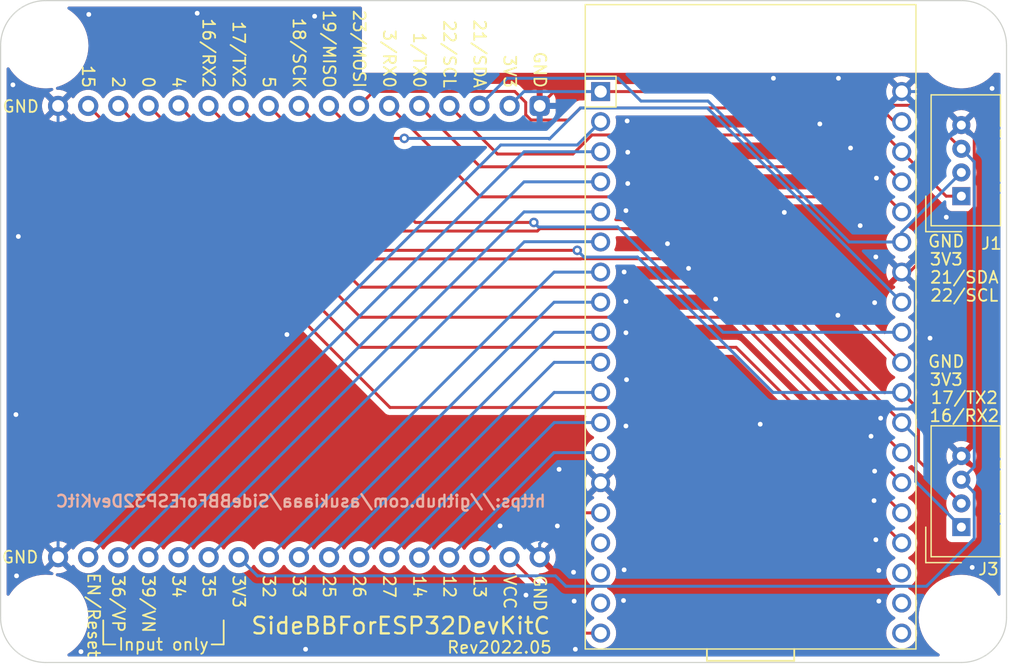
<source format=kicad_pcb>
(kicad_pcb (version 20211014) (generator pcbnew)
  (layers (0 "F.Cu" signal) (31 "B.Cu" signal) (34 "B.Paste" user) (35 "F.Paste" user) (36 "B.SilkS" user "B.Silkscreen") (37 "F.SilkS" user "F.Silkscreen") (38 "B.Mask" user) (39 "F.Mask" user) (44 "Edge.Cuts" user))
  (net 0 "")
  (net 1 "/22_SCL")
  (net 2 "/21_SDA")
  (net 3 "VCC")
  (net 4 "GND")
  (net 5 "+3V3")
  (net 6 "/1_TX0")
  (net 7 "/3_RX0")
  (net 8 "/23_MOSI")
  (net 9 "/19_MISO")
  (net 10 "/18_SCK")
  (net 11 "/5")
  (net 12 "/17_TX2")
  (net 13 "/16_RX2")
  (net 14 "/4")
  (net 15 "/0")
  (net 16 "/2")
  (net 17 "/15")
  (net 18 "/13")
  (net 19 "/12")
  (net 20 "/14")
  (net 21 "/27")
  (net 22 "/26")
  (net 23 "/25")
  (net 24 "/33")
  (net 25 "/32")
  (net 26 "/35")
  (net 27 "/34")
  (net 28 "/39_vn")
  (net 29 "/36_vp")
  (net 30 "/en_reset")
  (footprint "asukiaaa-kicad-footprints:ESP32-DEVKITC-32D" (layer "F.Cu") (at 198.17 55.9416)
    (fp_text reference "U1" hide)
    (fp_text value "ESP32-DEVKITC-32D")
    (fp_line (start 26.6 47.06) (end -1.3 47.06) (layer "F.SilkS") (width 0.12))
    (fp_line (start 16.3322 48.0568) (end 16.3322 47.0662) (layer "F.SilkS") (width 0.15))
    (fp_line (start -1.3 47.06) (end -1.3 -7.34) (layer "F.SilkS") (width 0.12))
    (fp_line (start 8.9662 47.0662) (end 8.9662 48.0568) (layer "F.SilkS") (width 0.15))
    (fp_line (start -1.3 -7.34) (end 26.6 -7.34) (layer "F.SilkS") (width 0.12))
    (fp_line (start 8.9662 48.0568) (end 16.3322 48.0568) (layer "F.SilkS") (width 0.15))
    (fp_line (start -1.3 -1.3) (end 1.3 -1.3) (layer "F.SilkS") (width 0.12))
    (fp_line (start 26.6 -7.34) (end 26.6 47.06) (layer "F.SilkS") (width 0.12))
    (fp_line (start 1.3 1.3) (end -1.3 1.3) (layer "F.SilkS") (width 0.12))
    (fp_line (start 1.3 -1.3) (end 1.3 1.3) (layer "F.SilkS") (width 0.12))
    (pad "1" thru_hole rect locked (at 0 0) (size 1.6 1.6) (drill 1.04) (layers *.Cu *.Mask) (net 5 "+3V3"))
    (pad "2" thru_hole circle locked (at 0 2.54) (size 1.6 1.6) (drill 1.04) (layers *.Cu *.Mask) (net 30 "/en_reset"))
    (pad "3" thru_hole circle locked (at 0 5.08) (size 1.6 1.6) (drill 1.04) (layers *.Cu *.Mask) (net 29 "/36_vp"))
    (pad "4" thru_hole circle locked (at 0 7.62) (size 1.6 1.6) (drill 1.04) (layers *.Cu *.Mask) (net 28 "/39_vn"))
    (pad "5" thru_hole circle locked (at 0 10.16) (size 1.6 1.6) (drill 1.04) (layers *.Cu *.Mask) (net 27 "/34"))
    (pad "6" thru_hole circle locked (at 0 12.7) (size 1.6 1.6) (drill 1.04) (layers *.Cu *.Mask) (net 26 "/35"))
    (pad "7" thru_hole circle locked (at 0 15.24) (size 1.6 1.6) (drill 1.04) (layers *.Cu *.Mask) (net 25 "/32"))
    (pad "8" thru_hole circle locked (at 0 17.78) (size 1.6 1.6) (drill 1.04) (layers *.Cu *.Mask) (net 24 "/33"))
    (pad "9" thru_hole circle locked (at 0 20.32) (size 1.6 1.6) (drill 1.04) (layers *.Cu *.Mask) (net 23 "/25"))
    (pad "10" thru_hole circle locked (at 0 22.86) (size 1.6 1.6) (drill 1.04) (layers *.Cu *.Mask) (net 22 "/26"))
    (pad "11" thru_hole circle locked (at 0 25.4) (size 1.6 1.6) (drill 1.04) (layers *.Cu *.Mask) (net 21 "/27"))
    (pad "12" thru_hole circle locked (at 0 27.94) (size 1.6 1.6) (drill 1.04) (layers *.Cu *.Mask) (net 20 "/14"))
    (pad "13" thru_hole circle locked (at 0 30.48) (size 1.6 1.6) (drill 1.04) (layers *.Cu *.Mask) (net 19 "/12"))
    (pad "14" thru_hole circle locked (at 0 33.02) (size 1.6 1.6) (drill 1.04) (layers *.Cu *.Mask) (net 4 "GND"))
    (pad "15" thru_hole circle locked (at 0 35.56) (size 1.6 1.6) (drill 1.04) (layers *.Cu *.Mask) (net 18 "/13"))
    (pad "16" thru_hole circle locked (at 0 38.1) (size 1.6 1.6) (drill 1.04) (layers *.Cu *.Mask))
    (pad "17" thru_hole circle locked (at 0 40.64) (size 1.6 1.6) (drill 1.04) (layers *.Cu *.Mask))
    (pad "18" thru_hole circle locked (at 0 43.18) (size 1.6 1.6) (drill 1.04) (layers *.Cu *.Mask))
    (pad "19" thru_hole circle locked (at 0 45.72) (size 1.6 1.6) (drill 1.04) (layers *.Cu *.Mask) (net 3 "VCC"))
    (pad "20" thru_hole circle locked (at 25.4 0) (size 1.6 1.6) (drill 1.04) (layers *.Cu *.Mask) (net 4 "GND"))
    (pad "21" thru_hole circle locked (at 25.4 2.54) (size 1.6 1.6) (drill 1.04) (layers *.Cu *.Mask) (net 8 "/23_MOSI"))
    (pad "22" thru_hole circle locked (at 25.4 5.08) (size 1.6 1.6) (drill 1.04) (layers *.Cu *.Mask) (net 1 "/22_SCL"))
    (pad "23" thru_hole circle locked (at 25.4 7.62) (size 1.6 1.6) (drill 1.04) (layers *.Cu *.Mask) (net 6 "/1_TX0"))
    (pad "24" thru_hole circle locked (at 25.4 10.16) (size 1.6 1.6) (drill 1.04) (layers *.Cu *.Mask) (net 7 "/3_RX0"))
    (pad "25" thru_hole circle locked (at 25.4 12.7) (size 1.6 1.6) (drill 1.04) (layers *.Cu *.Mask) (net 2 "/21_SDA"))
    (pad "26" thru_hole circle locked (at 25.4 15.24) (size 1.6 1.6) (drill 1.04) (layers *.Cu *.Mask) (net 4 "GND"))
    (pad "27" thru_hole circle locked (at 25.4 17.78) (size 1.6 1.6) (drill 1.04) (layers *.Cu *.Mask) (net 9 "/19_MISO"))
    (pad "28" thru_hole circle locked (at 25.4 20.32) (size 1.6 1.6) (drill 1.04) (layers *.Cu *.Mask) (net 10 "/18_SCK"))
    (pad "29" thru_hole circle locked (at 25.4 22.86) (size 1.6 1.6) (drill 1.04) (layers *.Cu *.Mask) (net 11 "/5"))
    (pad "30" thru_hole circle locked (at 25.4 25.4) (size 1.6 1.6) (drill 1.04) (layers *.Cu *.Mask) (net 12 "/17_TX2"))
    (pad "31" thru_hole circle locked (at 25.4 27.94) (size 1.6 1.6) (drill 1.04) (layers *.Cu *.Mask) (net 13 "/16_RX2"))
    (pad "32" thru_hole circle locked (at 25.4 30.48) (size 1.6 1.6) (drill 1.04) (layers *.Cu *.Mask) (net 14 "/4"))
    (pad "33" thru_hole circle locked (at 25.4 33.02) (size 1.6 1.6) (drill 1.04) (layers *.Cu *.Mask) (net 15 "/0"))
    (pad "34" thru_hole circle locked (at 25.4 35.56) (size 1.6 1.6) (drill 1.04) (layers *.Cu *.Mask) (net 16 "/2"))
    (pad "35" thru_hole circle locked (at 25.4 38.1) (size 1.6 1.6) (drill 1.04) (layers *.Cu *.Mask) (net 17 "/15"))
    (pad "36" thru_hole circle locked (at 25.4 40.64) (size 1.6 1.6) (drill 1.04) (layers *.Cu *.Mask))
    (pad "37" thru_hole circle locked (at 25.4 43.18) (size 1.6 1.6) (drill 1.04) (layers *.Cu *.Mask))
    (pad "38" thru_hole circle locked (at 25.4 45.72) (size 1.6 1.6) (drill 1.04) (layers *.Cu *.Mask))
  )
  (footprint "asukiaaa-kicad-footprints:MountingHole_3.2mm_M3_bare" (layer "F.Cu") (at 228.6 100.33)
    (fp_text reference "REF2" hide)
    (fp_text value "MountingHole_3.2mm_M3_bare" hide)
    (pad "" np_thru_hole circle (at 0 0) (size 3.2 3.2) (drill 3.2) (layers F&B.Cu *.Mask) (clearance 2))
  )
  (footprint "asukiaaa-kicad-footprints:MountingHole_3.2mm_M3_bare" (layer "F.Cu") (at 151.36 52.07)
    (fp_text reference "REF4" hide)
    (fp_text value "MountingHole_3.2mm_M3_bare" hide)
    (pad "" np_thru_hole circle (at 0 0) (size 3.2 3.2) (drill 3.2) (layers F&B.Cu *.Mask) (clearance 2))
  )
  (footprint "asukiaaa-kicad-footprints:MountingHole_3.2mm_M3_bare" (layer "F.Cu") (at 151.36 100.33)
    (fp_text reference "REF3" hide)
    (fp_text value "MountingHole_3.2mm_M3_bare" hide)
    (pad "" np_thru_hole circle (at 0 0) (size 3.2 3.2) (drill 3.2) (layers F&B.Cu *.Mask) (clearance 2))
  )
  (footprint "Connector:NS-Tech_Grove_1x04_P2mm_Vertical" (layer "F.Cu") (at 228.6 92.71 180)
    (fp_text reference "J3" (at -2.286 -3.556) (layer "F.SilkS"))
    (fp_text value "Grove-I2C-connector")
    (fp_line (start -3.3 0.4) (end -3.3 1) (layer "F.SilkS") (width 0.12))
    (fp_line (start 0 -3) (end 3 -3) (layer "F.SilkS") (width 0.12))
    (fp_line (start 3 -3) (end 3 0) (layer "F.SilkS") (width 0.12))
    (fp_line (start -3.3 1.25) (end -3.3 4.75) (layer "F.SilkS") (width 0.12))
    (fp_line (start -3.3 8.55) (end 2.55 8.55) (layer "F.SilkS") (width 0.12))
    (fp_line (start -3.3 -2.5) (end -3.3 0.15) (layer "F.SilkS") (width 0.12))
    (fp_line (start -3.3 5.9) (end -3.3 8.55) (layer "F.SilkS") (width 0.12))
    (fp_line (start -3.3 5) (end -3.3 5.6) (layer "F.SilkS") (width 0.12))
    (fp_line (start -3.3 -2.5) (end 2.55 -2.5) (layer "F.SilkS") (width 0.12))
    (fp_line (start 2.55 -2.5) (end 2.55 8.55) (layer "F.SilkS") (width 0.12))
    (pad "1" thru_hole rect locked (at 0 0 180) (size 1.524 1.524) (drill 0.762) (layers *.Cu *.Mask) (net 13 "/16_RX2"))
    (pad "2" thru_hole circle locked (at 0 2 180) (size 1.524 1.524) (drill 0.762) (layers *.Cu *.Mask) (net 12 "/17_TX2"))
    (pad "3" thru_hole circle locked (at 0 4 180) (size 1.524 1.524) (drill 0.762) (layers *.Cu *.Mask) (net 5 "+3V3"))
    (pad "4" thru_hole circle locked (at 0 6 180) (size 1.524 1.524) (drill 0.762) (layers *.Cu *.Mask) (net 4 "GND"))
  )
  (footprint "Connector:NS-Tech_Grove_1x04_P2mm_Vertical" (layer "F.Cu") (at 228.6 64.77 180)
    (fp_text reference "J1" (at -2.54 -4) (layer "F.SilkS"))
    (fp_text value "Grove-I2C-connector")
    (fp_line (start -3.3 5.9) (end -3.3 8.55) (layer "F.SilkS") (width 0.12))
    (fp_line (start -3.3 0.4) (end -3.3 1) (layer "F.SilkS") (width 0.12))
    (fp_line (start -3.3 1.25) (end -3.3 4.75) (layer "F.SilkS") (width 0.12))
    (fp_line (start -3.3 -2.5) (end -3.3 0.15) (layer "F.SilkS") (width 0.12))
    (fp_line (start 3 -3) (end 3 0) (layer "F.SilkS") (width 0.12))
    (fp_line (start 2.55 -2.5) (end 2.55 8.55) (layer "F.SilkS") (width 0.12))
    (fp_line (start -3.3 5) (end -3.3 5.6) (layer "F.SilkS") (width 0.12))
    (fp_line (start -3.3 8.55) (end 2.55 8.55) (layer "F.SilkS") (width 0.12))
    (fp_line (start -3.3 -2.5) (end 2.55 -2.5) (layer "F.SilkS") (width 0.12))
    (fp_line (start 0 -3) (end 3 -3) (layer "F.SilkS") (width 0.12))
    (pad "1" thru_hole rect locked (at 0 0 180) (size 1.524 1.524) (drill 0.762) (layers *.Cu *.Mask) (net 1 "/22_SCL"))
    (pad "2" thru_hole circle locked (at 0 2 180) (size 1.524 1.524) (drill 0.762) (layers *.Cu *.Mask) (net 2 "/21_SDA"))
    (pad "3" thru_hole circle locked (at 0 4 180) (size 1.524 1.524) (drill 0.762) (layers *.Cu *.Mask) (net 5 "+3V3"))
    (pad "4" thru_hole circle locked (at 0 6 180) (size 1.524 1.524) (drill 0.762) (layers *.Cu *.Mask) (net 4 "GND"))
  )
  (footprint "asukiaaa-kicad-footprints:mini-bread-board-1x17x2" (layer "F.Cu") (at 172.72 76.2 -90)
    (fp_text reference "J2" hide)
    (fp_text value "mini-bread-board-1x17x2")
    (pad "1" thru_hole roundrect (at -19.05 -20.306594) (size 1.7 1.7) (drill 1) (layers *.Cu *.Mask) (net 4 "GND"))
    (pad "2" thru_hole circle (at -19.05 -17.766594 270) (size 1.7 1.7) (drill 1) (layers *.Cu *.Mask) (net 5 "+3V3"))
    (pad "3" thru_hole circle (at -19.059586 -15.226594 270) (size 1.7 1.7) (drill 1) (layers *.Cu *.Mask) (net 2 "/21_SDA"))
    (pad "4" thru_hole circle (at -19.05 -12.686594 270) (size 1.7 1.7) (drill 1) (layers *.Cu *.Mask) (net 1 "/22_SCL"))
    (pad "5" thru_hole circle (at -19.05 -10.146594 270) (size 1.7 1.7) (drill 1) (layers *.Cu *.Mask) (net 6 "/1_TX0"))
    (pad "6" thru_hole circle (at -19.05 -7.606594 270) (size 1.7 1.7) (drill 1) (layers *.Cu *.Mask) (net 7 "/3_RX0"))
    (pad "7" thru_hole circle (at -19.05 -5.066594 270) (size 1.7 1.7) (drill 1) (layers *.Cu *.Mask) (net 8 "/23_MOSI"))
    (pad "8" thru_hole circle (at -19.05 -2.526594 270) (size 1.7 1.7) (drill 1) (layers *.Cu *.Mask) (net 9 "/19_MISO"))
    (pad "9" thru_hole circle (at -19.05 0.013406 270) (size 1.7 1.7) (drill 1) (layers *.Cu *.Mask) (net 10 "/18_SCK"))
    (pad "10" thru_hole circle (at -19.05 2.553406 270) (size 1.7 1.7) (drill 1) (layers *.Cu *.Mask) (net 11 "/5"))
    (pad "11" thru_hole circle (at -19.05 5.093406 270) (size 1.7 1.7) (drill 1) (layers *.Cu *.Mask) (net 12 "/17_TX2"))
    (pad "12" thru_hole circle (at -19.05 7.633406 270) (size 1.7 1.7) (drill 1) (layers *.Cu *.Mask) (net 13 "/16_RX2"))
    (pad "13" thru_hole circle (at -19.078711 10.16 270) (size 1.7 1.7) (drill 1) (layers *.Cu *.Mask) (net 14 "/4"))
    (pad "14" thru_hole circle (at -19.066615 12.683384 270) (size 1.7 1.7) (drill 1) (layers *.Cu *.Mask) (net 15 "/0"))
    (pad "15" thru_hole circle (at -19.05 15.24 270) (size 1.7 1.7) (drill 1) (layers *.Cu *.Mask) (net 16 "/2"))
    (pad "16" thru_hole circle (at -19.05 17.78 270) (size 1.7 1.7) (drill 1) (layers *.Cu *.Mask) (net 17 "/15"))
    (pad "17" thru_hole circle (at -19.05 20.32 270) (size 1.7 1.7) (drill 1) (layers *.Cu *.Mask) (net 4 "GND"))
    (pad "18" thru_hole circle (at 19.05 20.32 90) (size 1.7 1.7) (drill 1) (layers *.Cu *.Mask) (net 4 "GND"))
    (pad "19" thru_hole circle (at 19.050001 17.78 90) (size 1.7 1.7) (drill 1) (layers *.Cu *.Mask) (net 30 "/en_reset"))
    (pad "20" thru_hole circle (at 19.059587 15.24 90) (size 1.7 1.7) (drill 1) (layers *.Cu *.Mask) (net 29 "/36_vp"))
    (pad "21" thru_hole circle (at 19.050001 12.7 90) (size 1.7 1.7) (drill 1) (layers *.Cu *.Mask) (net 28 "/39_vn"))
    (pad "22" thru_hole circle (at 19.050001 10.16 90) (size 1.7 1.7) (drill 1) (layers *.Cu *.Mask) (net 27 "/34"))
    (pad "23" thru_hole circle (at 19.050001 7.62 90) (size 1.7 1.7) (drill 1) (layers *.Cu *.Mask) (net 26 "/35"))
    (pad "24" thru_hole circle (at 19.050001 5.08 90) (size 1.7 1.7) (drill 1) (layers *.Cu *.Mask) (net 5 "+3V3"))
    (pad "25" thru_hole circle (at 19.050001 2.54 90) (size 1.7 1.7) (drill 1) (layers *.Cu *.Mask) (net 25 "/32"))
    (pad "26" thru_hole circle (at 19.050001 0 90) (size 1.7 1.7) (drill 1) (layers *.Cu *.Mask) (net 24 "/33"))
    (pad "27" thru_hole circle (at 19.050001 -2.54 90) (size 1.7 1.7) (drill 1) (layers *.Cu *.Mask) (net 23 "/25"))
    (pad "28" thru_hole circle (at 19.050001 -5.08 90) (size 1.7 1.7) (drill 1) (layers *.Cu *.Mask) (net 22 "/26"))
    (pad "29" thru_hole circle (at 19.050001 -7.62 90) (size 1.7 1.7) (drill 1) (layers *.Cu *.Mask) (net 21 "/27"))
    (pad "30" thru_hole circle (at 19.078712 -10.146594 90) (size 1.7 1.7) (drill 1) (layers *.Cu *.Mask) (net 20 "/14"))
    (pad "31" thru_hole circle (at 19.066616 -12.669978 90) (size 1.7 1.7) (drill 1) (layers *.Cu *.Mask) (net 19 "/12"))
    (pad "32" thru_hole circle (at 19.050001 -15.226594 90) (size 1.7 1.7) (drill 1) (layers *.Cu *.Mask) (net 18 "/13"))
    (pad "33" thru_hole circle (at 19.050001 -17.766594 90) (size 1.7 1.7) (drill 1) (layers *.Cu *.Mask) (net 3 "VCC"))
    (pad "34" thru_hole circle (at 19.050001 -20.306594 90) (size 1.7 1.7) (drill 1) (layers *.Cu *.Mask) (net 4 "GND"))
  )
  (footprint "asukiaaa-kicad-footprints:MountingHole_3.2mm_M3_bare" (layer "F.Cu") (at 228.6 52.07)
    (fp_text reference "REF1" hide)
    (fp_text value "MountingHole_3.2mm_M3_bare" hide)
    (pad "" np_thru_hole circle (at 0 0) (size 3.2 3.2) (drill 3.2) (layers F&B.Cu *.Mask) (clearance 2))
  )
  (gr_line (start 156.21 102.616) (end 157.226 102.616) (layer "F.SilkS") (width 0.15))
  (gr_line (start 156.21 100.584) (end 156.21 102.616) (layer "F.SilkS") (width 0.15))
  (gr_line (start 165.354 102.616) (end 166.37 102.616) (layer "F.SilkS") (width 0.15))
  (gr_line (start 166.37 102.616) (end 166.37 100.584) (layer "F.SilkS") (width 0.15))
  (gr_line (start 147.550001 52.070001) (end 147.550001 100.329999) (layer "Edge.Cuts") (width 0.1))
  (gr_line (start 232.409999 100.329999) (end 232.41 52.07) (layer "Edge.Cuts") (width 0.1))
  (gr_arc (start 232.409999 100.329999) (mid 231.294076 103.024076) (end 228.599999 104.139999) (layer "Edge.Cuts") (width 0.1))
  (gr_line (start 228.6 48.26) (end 151.360001 48.260001) (layer "Edge.Cuts") (width 0.1))
  (gr_line (start 151.360001 104.139999) (end 228.599999 104.139999) (layer "Edge.Cuts") (width 0.1))
  (gr_arc (start 147.550001 52.070001) (mid 148.665924 49.375924) (end 151.360001 48.260001) (layer "Edge.Cuts") (width 0.1))
  (gr_arc (start 151.360001 104.139999) (mid 148.665924 103.024076) (end 147.550001 100.329999) (layer "Edge.Cuts") (width 0.1))
  (gr_arc (start 228.6 48.26) (mid 231.294077 49.375923) (end 232.41 52.07) (layer "Edge.Cuts") (width 0.1))
  (gr_text "https://github.com/asukiaaa/SideBBForESP32DevKitC" (at 172.8724 90.5256) (layer "B.SilkS") (effects (font (size 1 1) (thickness 0.2)) (justify mirror)))
  (gr_text "25" (at 175.26 97.726572 270) (layer "F.SilkS") (effects (font (size 1 1))))
  (gr_text "GND" (at 193.04 54.102 270) (layer "F.SilkS") (effects (font (size 1 1))))
  (gr_text "4" (at 162.56 55.149619 270) (layer "F.SilkS") (effects (font (size 1 1))))
  (gr_text "3V3" (at 167.64 98.155143 270) (layer "F.SilkS") (effects (font (size 1 1))))
  (gr_text "12" (at 185.42 97.726572 270) (layer "F.SilkS") (effects (font (size 1 1))))
  (gr_text "18/SCK" (at 172.72 52.673429 270) (layer "F.SilkS") (effects (font (size 1 1))))
  (gr_text "GND" (at 227.33 78.74) (layer "F.SilkS") (effects (font (size 1 1))))
  (gr_text "Input only" (at 161.29 102.616) (layer "F.SilkS") (effects (font (size 1 1))))
  (gr_text "22/SCL" (at 185.42 52.768667 270) (layer "F.SilkS") (effects (font (size 1 1))))
  (gr_text "3V3" (at 227.33 70.104) (layer "F.SilkS") (effects (font (size 1 1))))
  (gr_text "3/RX0" (at 180.34 53.173429 270) (layer "F.SilkS") (effects (font (size 1 1))))
  (gr_text "15" (at 154.94 54.673429 270) (layer "F.SilkS") (effects (font (size 1 1))))
  (gr_text "GND" (at 193.04 98.298 270) (layer "F.SilkS") (effects (font (size 1 1))))
  (gr_text "33" (at 172.72 97.726572 270) (layer "F.SilkS") (effects (font (size 1 1))))
  (gr_text "19/MISO" (at 175.26 52.340095 270) (layer "F.SilkS") (effects (font (size 1 1))))
  (gr_text "35" (at 165.1 97.726572 270) (layer "F.SilkS") (effects (font (size 1 1))))
  (gr_text "39/VN" (at 160.02 99.202762 270) (layer "F.SilkS") (effects (font (size 1 1))))
  (gr_text "14" (at 182.88 97.726572 270) (layer "F.SilkS") (effects (font (size 1 1))))
  (gr_text "SideBBForESP32DevKitC" (at 181.3052 101.0412) (layer "F.SilkS") (effects (font (size 1.4 1.4) (thickness 0.2))))
  (gr_text "17/TX2" (at 167.64 52.816286 270) (layer "F.SilkS") (effects (font (size 1 1))))
  (gr_text "17/TX2" (at 228.854 81.788) (layer "F.SilkS") (effects (font (size 1 1))))
  (gr_text "Rev2022.05" (at 189.6364 102.87) (layer "F.SilkS") (effects (font (size 1 1))))
  (gr_text "21/SDA" (at 187.96 52.744857 270) (layer "F.SilkS") (effects (font (size 1 1))))
  (gr_text "EN/Reset" (at 155.3972 100.1268 270) (layer "F.SilkS") (effects (font (size 1 1))))
  (gr_text "23/MOSI" (at 177.8 52.340095 270) (layer "F.SilkS") (effects (font (size 1 1))))
  (gr_text "GND" (at 227.33 68.58) (layer "F.SilkS") (effects (font (size 1 1))))
  (gr_text "3V3" (at 227.33 80.264) (layer "F.SilkS") (effects (font (size 1 1))))
  (gr_text "GND" (at 149.1996 95.25) (layer "F.SilkS") (effects (font (size 1 1))))
  (gr_text "16/RX2" (at 228.854 83.312) (layer "F.SilkS") (effects (font (size 1 1))))
  (gr_text "21/SDA" (at 228.854 71.628) (layer "F.SilkS") (effects (font (size 1 1))))
  (gr_text "1/TX0" (at 182.88 53.292476 270) (layer "F.SilkS") (effects (font (size 1 1))))
  (gr_text "5" (at 170.18 55.149619 270) (layer "F.SilkS") (effects (font (size 1 1))))
  (gr_text "13" (at 187.96 97.726572 270) (layer "F.SilkS") (effects (font (size 1 1))))
  (gr_text "36/VP" (at 157.48 99.178953 270) (layer "F.SilkS") (effects (font (size 1 1))))
  (gr_text "27" (at 180.34 97.726572 270) (layer "F.SilkS") (effects (font (size 1 1))))
  (gr_text "2" (at 157.48 55.149619 270) (layer "F.SilkS") (effects (font (size 1 1))))
  (gr_text "VCC" (at 190.5 98.202762 270) (layer "F.SilkS") (effects (font (size 1 1))))
  (gr_text "26" (at 177.8 97.726572 270) (layer "F.SilkS") (effects (font (size 1 1))))
  (gr_text "0" (at 160.02 55.149619 270) (layer "F.SilkS") (effects (font (size 1 1))))
  (gr_text "3V3" (at 190.5 54.244857 270) (layer "F.SilkS") (effects (font (size 1 1))))
  (gr_text "34" (at 162.56 97.726572 270) (layer "F.SilkS") (effects (font (size 1 1))))
  (gr_text "GND" (at 149.2504 57.2008) (layer "F.SilkS") (effects (font (size 1 1))))
  (gr_text "22/SCL" (at 228.854 73.152) (layer "F.SilkS") (effects (font (size 1 1))))
  (gr_text "32" (at 170.18 97.726572 270) (layer "F.SilkS") (effects (font (size 1 1))))
  (gr_text "16/RX2" (at 165.1 52.697238 270) (layer "F.SilkS") (effects (font (size 1 1))))
  (segment (start 228.6 64.77) (end 227.3184 64.77) (width 0.25) (layer "F.Cu") (net 1))
  (segment (start 195.834 61.214) (end 189.4706 61.214) (width 0.25) (layer "F.Cu") (net 1))
  (segment (start 197.441 59.607) (end 195.834 61.214) (width 0.25) (layer "F.Cu") (net 1))
  (segment (start 227.3184 64.77) (end 223.57 61.0216) (width 0.25) (layer "F.Cu") (net 1))
  (segment (start 223.57 61.0216) (end 222.1554 59.607) (width 0.25) (layer "F.Cu") (net 1))
  (segment (start 189.4706 61.214) (end 185.4066 57.15) (width 0.25) (layer "F.Cu") (net 1))
  (segment (start 222.1554 59.607) (end 197.441 59.607) (width 0.25) (layer "F.Cu") (net 1))
  (segment (start 208.769859 58.285741) (end 219.125718 68.6416) (width 0.25) (layer "B.Cu") (net 2))
  (segment (start 190.2708 54.8162) (end 199.647 54.8162) (width 0.25) (layer "B.Cu") (net 2))
  (segment (start 201.5744 56.7436) (end 207.227717 56.7436) (width 0.25) (layer "B.Cu") (net 2))
  (segment (start 190.2708 54.8162) (end 187.9466 57.1404) (width 0.25) (layer "B.Cu") (net 2))
  (segment (start 228.6 62.77) (end 223.57 67.8) (width 0.25) (layer "B.Cu") (net 2))
  (segment (start 219.125718 68.6416) (end 223.57 68.6416) (width 0.25) (layer "B.Cu") (net 2))
  (segment (start 223.57 67.8) (end 223.57 68.6416) (width 0.25) (layer "B.Cu") (net 2))
  (segment (start 199.647 54.8162) (end 201.5744 56.7436) (width 0.25) (layer "B.Cu") (net 2))
  (segment (start 207.227717 56.7436) (end 208.769859 58.285741) (width 0.25) (layer "B.Cu") (net 2))
  (segment (start 198.17 101.6616) (end 196.8982 101.6616) (width 0.25) (layer "F.Cu") (net 3))
  (segment (start 196.8982 101.6616) (end 190.4866 95.25) (width 0.25) (layer "F.Cu") (net 3))
  (segment (start 229.6874 65.7154) (end 224.2212 71.1816) (width 0.25) (layer "F.Cu") (net 4))
  (segment (start 224.2212 71.1816) (end 223.57 71.1816) (width 0.25) (layer "F.Cu") (net 4))
  (segment (start 229.6874 59.8574) (end 229.6874 65.7154) (width 0.25) (layer "F.Cu") (net 4))
  (segment (start 222.4446 54.8162) (end 218.2338 54.8162) (width 0.25) (layer "F.Cu") (net 4))
  (segment (start 195.3604 54.8162) (end 193.0266 57.15) (width 0.25) (layer "F.Cu") (net 4))
  (segment (start 218.2338 54.8162) (end 212.7474 54.8162) (width 0.25) (layer "F.Cu") (net 4))
  (segment (start 228.6 58.77) (end 229.6874 59.8574) (width 0.25) (layer "F.Cu") (net 4))
  (segment (start 212.7474 54.8162) (end 195.3604 54.8162) (width 0.25) (layer "F.Cu") (net 4))
  (segment (start 223.57 55.9416) (end 222.4446 54.8162) (width 0.25) (layer "F.Cu") (net 4))
  (via (at 200.152 96.3168) (size 0.8) (drill 0.4) (layers "F.Cu" "B.Cu") (net 4))
  (via (at 221.3864 69.9008) (size 0.8) (drill 0.4) (layers "F.Cu" "B.Cu") (net 4))
  (via (at 154.3304 103.2256) (size 0.8) (drill 0.4) (layers "F.Cu" "B.Cu") (net 4))
  (via (at 221.234 90.4748) (size 0.8) (drill 0.4) (layers "F.Cu" "B.Cu") (net 4))
  (via (at 207.8736 73.4568) (size 0.8) (drill 0.4) (layers "F.Cu" "B.Cu") (net 4))
  (via (at 200.3044 65.9892) (size 0.8) (drill 0.4) (layers "F.Cu" "B.Cu") (net 4))
  (via (at 231.1908 55.6768) (size 0.8) (drill 0.4) (layers "F.Cu" "B.Cu") (net 4))
  (via (at 200.3044 73.66) (size 0.8) (drill 0.4) (layers "F.Cu" "B.Cu") (net 4))
  (via (at 218.2338 54.8162) (size 0.8) (drill 0.4) (layers "F.Cu" "B.Cu") (net 4))
  (via (at 205.5876 70.866) (size 0.8) (drill 0.4) (layers "F.Cu" "B.Cu") (net 4))
  (via (at 200.3044 76.3016) (size 0.8) (drill 0.4) (layers "F.Cu" "B.Cu") (net 4))
  (via (at 221.6404 98.9584) (size 0.8) (drill 0.4) (layers "F.Cu" "B.Cu") (net 4))
  (via (at 195.8848 96.52) (size 0.8) (drill 0.4) (layers "F.Cu" "B.Cu") (net 4))
  (via (at 195.9356 98.9584) (size 0.8) (drill 0.4) (layers "F.Cu" "B.Cu") (net 4))
  (via (at 221.7928 83.5152) (size 0.8) (drill 0.4) (layers "F.Cu" "B.Cu") (net 4))
  (via (at 164.1348 49.3268) (size 0.8) (drill 0.4) (layers "F.Cu" "B.Cu") (net 4))
  (via (at 200.1012 98.9076) (size 0.8) (drill 0.4) (layers "F.Cu" "B.Cu") (net 4))
  (via (at 154.9908 49.4284) (size 0.8) (drill 0.4) (layers "F.Cu" "B.Cu") (net 4))
  (via (at 194.6656 87.8332) (size 0.8) (drill 0.4) (layers "F.Cu" "B.Cu") (net 4))
  (via (at 148.8948 96.8248) (size 0.8) (drill 0.4) (layers "F.Cu" "B.Cu") (net 4))
  (via (at 216.662 58.674) (size 0.8) (drill 0.4) (layers "F.Cu" "B.Cu") (net 4))
  (via (at 220.0656 67.2592) (size 0.8) (drill 0.4) (layers "F.Cu" "B.Cu") (net 4))
  (via (at 203.8096 68.7832) (size 0.8) (drill 0.4) (layers "F.Cu" "B.Cu") (net 4))
  (via (at 200.4568 61.0616) (size 0.8) (drill 0.4) (layers "F.Cu" "B.Cu") (net 4))
  (via (at 200.406 58.42) (size 0.8) (drill 0.4) (layers "F.Cu" "B.Cu") (net 4))
  (via (at 200.4568 63.7032) (size 0.8) (drill 0.4) (layers "F.Cu" "B.Cu") (net 4))
  (via (at 221.3864 93.7768) (size 0.8) (drill 0.4) (layers "F.Cu" "B.Cu") (net 4))
  (via (at 200.3044 84.1756) (size 0.8) (drill 0.4) (layers "F.Cu" "B.Cu") (net 4))
  (via (at 213.6648 66.1416) (size 0.8) (drill 0.4) (layers "F.Cu" "B.Cu") (net 4))
  (via (at 148.59 55.372) (size 0.8) (drill 0.4) (layers "F.Cu" "B.Cu") (net 4))
  (via (at 191.8716 98.4504) (size 0.8) (drill 0.4) (layers "F.Cu" "B.Cu") (net 4))
  (via (at 200.3552 80.264) (size 0.8) (drill 0.4) (layers "F.Cu" "B.Cu") (net 4))
  (via (at 221.2848 87.9856) (size 0.8) (drill 0.4) (layers "F.Cu" "B.Cu") (net 4))
  (via (at 174.0408 49.5808) (size 0.8) (drill 0.4) (layers "F.Cu" "B.Cu") (net 4))
  (via (at 221.4372 63.246) (size 0.8) (drill 0.4) (layers "F.Cu" "B.Cu") (net 4))
  (via (at 219.2528 60.706) (size 0.8) (drill 0.4) (layers "F.Cu" "B.Cu") (net 4))
  (via (at 196.0372 103.0224) (size 0.8) (drill 0.4) (layers "F.Cu" "B.Cu") (net 4))
  (via (at 225.9584 76.7588) (size 0.8) (drill 0.4) (layers "F.Cu" "B.Cu") (net 4))
  (via (at 194.5182 92.6134) (size 0.8) (drill 0.4) (layers "F.Cu" "B.Cu") (net 4))
  (via (at 229.5144 96.1136) (size 0.8) (drill 0.4) (layers "F.Cu" "B.Cu") (net 4))
  (via (at 221.6404 96.3676) (size 0.8) (drill 0.4) (layers "F.Cu" "B.Cu") (net 4))
  (via (at 149.0472 68.1736) (size 0.8) (drill 0.4) (layers "F.Cu" "B.Cu") (net 4))
  (via (at 171.704 76.454) (size 0.8) (drill 0.4) (layers "F.Cu" "B.Cu") (net 4))
  (via (at 221.2848 73.7616) (size 0.8) (drill 0.4) (layers "F.Cu" "B.Cu") (net 4))
  (via (at 220.98 85.0392) (size 0.8) (drill 0.4) (layers "F.Cu" "B.Cu") (net 4))
  (via (at 211.6328 84.0232) (size 0.8) (drill 0.4) (layers "F.Cu" "B.Cu") (net 4))
  (via (at 173.2788 103.0224) (size 0.8) (drill 0.4) (layers "F.Cu" "B.Cu") (net 4))
  (via (at 189.6872 92.6084) (size 0.8) (drill 0.4) (layers "F.Cu" "B.Cu") (net 4))
  (via (at 200.152 71.1708) (size 0.8) (drill 0.4) (layers "F.Cu" "B.Cu") (net 4))
  (via (at 218.186 74.8284) (size 0.8) (drill 0.4) (layers "F.Cu" "B.Cu") (net 4))
  (via (at 212.7474 54.8162) (size 0.8) (drill 0.4) (layers "F.Cu" "B.Cu") (net 4))
  (via (at 148.844 83.2104) (size 0.8) (drill 0.4) (layers "F.Cu" "B.Cu") (net 4))
  (via (at 227.33 66.548) (size 0.8) (drill 0.4) (layers "F.Cu" "B.Cu") (net 4))
  (segment (start 225.7716 55.9416) (end 223.57 55.9416) (width 0.25) (layer "B.Cu") (net 4))
  (segment (start 223.57 71.1816) (end 224.7127 72.3243) (width 0.25) (layer "B.Cu") (net 4))
  (segment (start 193.0266 94.105) (end 193.0266 95.25) (width 0.25) (layer "B.Cu") (net 4))
  (segment (start 198.17 88.9616) (end 194.5182 92.6134) (width 0.25) (layer "B.Cu") (net 4))
  (segment (start 228.6 86.71) (end 224.6297 82.7397) (width 0.25) (layer "B.Cu") (net 4))
  (segment (start 224.7127 82.6567) (end 224.6297 82.7397) (width 0.25) (layer "B.Cu") (net 4))
  (segment (start 152.4 95.25) (end 152.4 57.15) (width 0.25) (layer "B.Cu") (net 4))
  (segment (start 224.6297 82.7397) (end 204.3919 82.7397) (width 0.25) (layer "B.Cu") (net 4))
  (segment (start 228.6 58.77) (end 225.7716 55.9416) (width 0.25) (layer "B.Cu") (net 4))
  (segment (start 204.3919 82.7397) (end 198.17 88.9616) (width 0.25) (layer "B.Cu") (net 4))
  (segment (start 224.7127 72.3243) (end 224.7127 82.6567) (width 0.25) (layer "B.Cu") (net 4))
  (segment (start 194.5182 92.6134) (end 193.0266 94.105) (width 0.25) (layer "B.Cu") (net 4))
  (segment (start 224.9312 57.1012) (end 222.5079 57.1012) (width 0.25) (layer "F.Cu") (net 5))
  (segment (start 221.3483 55.9416) (end 198.17 55.9416) (width 0.25) (layer "F.Cu") (net 5))
  (segment (start 222.5079 57.1012) (end 221.3483 55.9416) (width 0.25) (layer "F.Cu") (net 5))
  (segment (start 228.6 60.77) (end 224.9312 57.1012) (width 0.25) (layer "F.Cu") (net 5))
  (segment (start 169.214799 96.8248) (end 194.3608 96.8248) (width 0.25) (layer "B.Cu") (net 5))
  (segment (start 229.6874 89.7974) (end 229.6874 93.6756) (width 0.25) (layer "B.Cu") (net 5))
  (segment (start 228.6 88.71) (end 229.6874 89.7974) (width 0.25) (layer "B.Cu") (net 5))
  (segment (start 225.656889 97.706111) (end 225.7403 97.6227) (width 0.25) (layer "B.Cu") (net 5))
  (segment (start 229.6923 61.8623) (end 229.6923 87.6177) (width 0.25) (layer "B.Cu") (net 5))
  (segment (start 229.6923 87.6177) (end 228.6 88.71) (width 0.25) (layer "B.Cu") (net 5))
  (segment (start 198.17 55.9416) (end 191.695 55.9416) (width 0.25) (layer "B.Cu") (net 5))
  (segment (start 195.242111 97.706111) (end 225.656889 97.706111) (width 0.25) (layer "B.Cu") (net 5))
  (segment (start 194.3608 96.8248) (end 195.242111 97.706111) (width 0.25) (layer "B.Cu") (net 5))
  (segment (start 191.695 55.9416) (end 190.4866 57.15) (width 0.25) (layer "B.Cu") (net 5))
  (segment (start 228.6 60.77) (end 229.6923 61.8623) (width 0.25) (layer "B.Cu") (net 5))
  (segment (start 167.64 95.250001) (end 169.214799 96.8248) (width 0.25) (layer "B.Cu") (net 5))
  (segment (start 229.6874 93.6756) (end 225.7403 97.6227) (width 0.25) (layer "B.Cu") (net 5))
  (segment (start 222.3 62.2916) (end 188.0082 62.2916) (width 0.25) (layer "F.Cu") (net 6))
  (segment (start 223.57 63.5616) (end 222.3 62.2916) (width 0.25) (layer "F.Cu") (net 6))
  (segment (start 188.0082 62.2916) (end 182.8666 57.15) (width 0.25) (layer "F.Cu") (net 6))
  (segment (start 188.0082 64.8316) (end 180.3266 57.15) (width 0.25) (layer "F.Cu") (net 7))
  (segment (start 222.3 64.8316) (end 188.0082 64.8316) (width 0.25) (layer "F.Cu") (net 7))
  (segment (start 223.57 66.1016) (end 222.3 64.8316) (width 0.25) (layer "F.Cu") (net 7))
  (segment (start 195.4513 58.3428) (end 192.3 58.3428) (width 0.25) (layer "F.Cu") (net 8))
  (segment (start 191.8496 57.8924) (end 191.8496 56.8508) (width 0.25) (layer "F.Cu") (net 8))
  (segment (start 190.9253 55.9265) (end 179.0101 55.9265) (width 0.25) (layer "F.Cu") (net 8))
  (segment (start 191.8496 56.8508) (end 190.9253 55.9265) (width 0.25) (layer "F.Cu") (net 8))
  (segment (start 179.0101 55.9265) (end 177.7866 57.15) (width 0.25) (layer "F.Cu") (net 8))
  (segment (start 196.4678 57.3263) (end 195.4513 58.3428) (width 0.25) (layer "F.Cu") (net 8))
  (segment (start 192.3 58.3428) (end 191.8496 57.8924) (width 0.25) (layer "F.Cu") (net 8))
  (segment (start 222.9331 58.4816) (end 221.7778 57.3263) (width 0.25) (layer "F.Cu") (net 8))
  (segment (start 221.7778 57.3263) (end 196.4678 57.3263) (width 0.25) (layer "F.Cu") (net 8))
  (segment (start 223.57 58.4816) (end 222.9331 58.4816) (width 0.25) (layer "F.Cu") (net 8))
  (segment (start 177.989794 59.8932) (end 175.246594 57.15) (width 0.25) (layer "F.Cu") (net 9))
  (segment (start 181.61 59.8932) (end 177.989794 59.8932) (width 0.25) (layer "F.Cu") (net 9))
  (via (at 181.61 59.8932) (size 0.8) (drill 0.4) (layers "F.Cu" "B.Cu") (net 9))
  (segment (start 193.8527 59.944) (end 193.8019 59.8932) (width 0.25) (layer "B.Cu") (net 9))
  (segment (start 196.471 57.3257) (end 193.8527 59.944) (width 0.25) (layer "B.Cu") (net 9))
  (segment (start 207.1741 57.3257) (end 196.471 57.3257) (width 0.25) (layer "B.Cu") (net 9))
  (segment (start 193.8019 59.8932) (end 181.61 59.8932) (width 0.25) (layer "B.Cu") (net 9))
  (segment (start 223.57 73.7216) (end 207.1741 57.3257) (width 0.25) (layer "B.Cu") (net 9))
  (segment (start 182.5468 66.9902) (end 192.5343 66.9902) (width 0.25) (layer "F.Cu") (net 10))
  (segment (start 172.7066 57.15) (end 182.5468 66.9902) (width 0.25) (layer "F.Cu") (net 10))
  (via (at 192.5343 66.9902) (size 0.8) (drill 0.4) (layers "F.Cu" "B.Cu") (net 10))
  (segment (start 208.494 76.2616) (end 223.57 76.2616) (width 0.25) (layer "B.Cu") (net 10))
  (segment (start 192.9157 67.3716) (end 199.604 67.3716) (width 0.25) (layer "B.Cu") (net 10))
  (segment (start 199.604 67.3716) (end 208.494 76.2616) (width 0.25) (layer "B.Cu") (net 10))
  (segment (start 192.5343 66.9902) (end 192.9157 67.3716) (width 0.25) (layer "B.Cu") (net 10))
  (segment (start 192.8348 67.7155) (end 193.0358 67.5145) (width 0.25) (layer "F.Cu") (net 11))
  (segment (start 170.1666 57.15) (end 180.7321 67.7155) (width 0.25) (layer "F.Cu") (net 11))
  (segment (start 193.0358 67.5145) (end 212.2829 67.5145) (width 0.25) (layer "F.Cu") (net 11))
  (segment (start 180.7321 67.7155) (end 192.8348 67.7155) (width 0.25) (layer "F.Cu") (net 11))
  (segment (start 212.2829 67.5145) (end 223.57 78.8016) (width 0.25) (layer "F.Cu") (net 11))
  (segment (start 179.8209 69.3443) (end 167.6266 57.15) (width 0.25) (layer "F.Cu") (net 12))
  (segment (start 228.6 90.71) (end 224.9846 87.0946) (width 0.25) (layer "F.Cu") (net 12))
  (segment (start 224.9846 82.7562) (end 223.57 81.3416) (width 0.25) (layer "F.Cu") (net 12))
  (segment (start 196.199 69.3443) (end 179.8209 69.3443) (width 0.25) (layer "F.Cu") (net 12))
  (segment (start 224.9846 87.0946) (end 224.9846 82.7562) (width 0.25) (layer "F.Cu") (net 12))
  (via (at 196.199 69.3443) (size 0.8) (drill 0.4) (layers "F.Cu" "B.Cu") (net 12))
  (segment (start 201.2804 69.9116) (end 212.7104 81.3416) (width 0.25) (layer "B.Cu") (net 12))
  (segment (start 196.7663 69.9116) (end 201.2804 69.9116) (width 0.25) (layer "B.Cu") (net 12))
  (segment (start 196.199 69.3443) (end 196.7663 69.9116) (width 0.25) (layer "B.Cu") (net 12))
  (segment (start 212.7104 81.3416) (end 223.57 81.3416) (width 0.25) (layer "B.Cu") (net 12))
  (segment (start 196.5128 70.0563) (end 209.7447 70.0563) (width 0.25) (layer "F.Cu") (net 13))
  (segment (start 209.7447 70.0563) (end 223.57 83.8816) (width 0.25) (layer "F.Cu") (net 13))
  (segment (start 178.0062 70.0696) (end 196.4995 70.0696) (width 0.25) (layer "F.Cu") (net 13))
  (segment (start 196.4995 70.0696) (end 196.5128 70.0563) (width 0.25) (layer "F.Cu") (net 13))
  (segment (start 165.0866 57.15) (end 178.0062 70.0696) (width 0.25) (layer "F.Cu") (net 13))
  (segment (start 228.6 92.71) (end 224.7595 88.8695) (width 0.25) (layer "B.Cu") (net 13))
  (segment (start 224.7595 85.0711) (end 223.57 83.8816) (width 0.25) (layer "B.Cu") (net 13))
  (segment (start 224.7595 88.8695) (end 224.7595 85.0711) (width 0.25) (layer "B.Cu") (net 13))
  (segment (start 177.8903 72.4516) (end 209.6 72.4516) (width 0.25) (layer "F.Cu") (net 14))
  (segment (start 209.6 72.4516) (end 223.57 86.4216) (width 0.25) (layer "F.Cu") (net 14))
  (segment (start 162.56 57.1213) (end 177.8903 72.4516) (width 0.25) (layer "F.Cu") (net 14))
  (segment (start 177.8948 74.9916) (end 160.0366 57.1334) (width 0.25) (layer "F.Cu") (net 15))
  (segment (start 223.57 88.9616) (end 209.6 74.9916) (width 0.25) (layer "F.Cu") (net 15))
  (segment (start 209.6 74.9916) (end 177.8948 74.9916) (width 0.25) (layer "F.Cu") (net 15))
  (segment (start 209.6 77.5316) (end 223.57 91.5016) (width 0.25) (layer "F.Cu") (net 16))
  (segment (start 177.8616 77.5316) (end 209.6 77.5316) (width 0.25) (layer "F.Cu") (net 16))
  (segment (start 157.48 57.15) (end 177.8616 77.5316) (width 0.25) (layer "F.Cu") (net 16))
  (segment (start 180.4016 82.6116) (end 212.14 82.6116) (width 0.25) (layer "F.Cu") (net 17))
  (segment (start 212.14 82.6116) (end 223.57 94.0416) (width 0.25) (layer "F.Cu") (net 17))
  (segment (start 154.94 57.15) (end 180.4016 82.6116) (width 0.25) (layer "F.Cu") (net 17))
  (segment (start 193.9944 91.5016) (end 191.77 93.726) (width 0.25) (layer "F.Cu") (net 18))
  (segment (start 191.77 93.726) (end 189.4706 93.726) (width 0.25) (layer "F.Cu") (net 18))
  (segment (start 198.17 91.5016) (end 193.9944 91.5016) (width 0.25) (layer "F.Cu") (net 18))
  (segment (start 189.4706 93.726) (end 187.9466 95.25) (width 0.25) (layer "F.Cu") (net 18))
  (segment (start 194.235 86.4216) (end 198.17 86.4216) (width 0.25) (layer "B.Cu") (net 19))
  (segment (start 185.39 95.2666) (end 194.235 86.4216) (width 0.25) (layer "B.Cu") (net 19))
  (segment (start 194.2637 83.8816) (end 198.17 83.8816) (width 0.25) (layer "B.Cu") (net 20))
  (segment (start 182.8666 95.2787) (end 194.2637 83.8816) (width 0.25) (layer "B.Cu") (net 20))
  (segment (start 180.34 95.25) (end 194.2484 81.3416) (width 0.25) (layer "B.Cu") (net 21))
  (segment (start 194.2484 81.3416) (end 198.17 81.3416) (width 0.25) (layer "B.Cu") (net 21))
  (segment (start 177.8 95.25) (end 194.2484 78.8016) (width 0.25) (layer "B.Cu") (net 22))
  (segment (start 194.2484 78.8016) (end 198.17 78.8016) (width 0.25) (layer "B.Cu") (net 22))
  (segment (start 175.26 95.25) (end 194.2484 76.2616) (width 0.25) (layer "B.Cu") (net 23))
  (segment (start 194.2484 76.2616) (end 198.17 76.2616) (width 0.25) (layer "B.Cu") (net 23))
  (segment (start 194.2484 73.7216) (end 198.17 73.7216) (width 0.25) (layer "B.Cu") (net 24))
  (segment (start 172.72 95.25) (end 194.2484 73.7216) (width 0.25) (layer "B.Cu") (net 24))
  (segment (start 198.17 71.1816) (end 194.2484 71.1816) (width 0.25) (layer "B.Cu") (net 25))
  (segment (start 194.2484 71.1816) (end 170.18 95.25) (width 0.25) (layer "B.Cu") (net 25))
  (segment (start 191.731 68.619) (end 165.1 95.25) (width 0.25) (layer "B.Cu") (net 26))
  (segment (start 198.17 68.6416) (end 198.1474 68.619) (width 0.25) (layer "B.Cu") (net 26))
  (segment (start 198.1474 68.619) (end 191.731 68.619) (width 0.25) (layer "B.Cu") (net 26))
  (segment (start 191.7084 66.1016) (end 198.17 66.1016) (width 0.25) (layer "B.Cu") (net 27))
  (segment (start 162.56 95.25) (end 191.7084 66.1016) (width 0.25) (layer "B.Cu") (net 27))
  (segment (start 198.17 63.5616) (end 191.7084 63.5616) (width 0.25) (layer "B.Cu") (net 28))
  (segment (start 191.7084 63.5616) (end 160.02 95.25) (width 0.25) (layer "B.Cu") (net 28))
  (segment (start 191.718 61.0216) (end 198.17 61.0216) (width 0.25) (layer "B.Cu") (net 29))
  (segment (start 157.48 95.2596) (end 191.718 61.0216) (width 0.25) (layer "B.Cu") (net 29))
  (segment (start 198.17 58.4816) (end 196.1996 60.452) (width 0.25) (layer "B.Cu") (net 30))
  (segment (start 196.1996 60.452) (end 189.738 60.452) (width 0.25) (layer "B.Cu") (net 30))
  (segment (start 189.738 60.452) (end 154.94 95.25) (width 0.25) (layer "B.Cu") (net 30))
  (zone (net 4) (net_name "GND") (layers F&B.Cu) (connect_pads (clearance 0.508)) (min_thickness 0.254) (fill yes (thermal_gap 0.508) (thermal_bridge_width 0.508))
    (polygon (pts (xy 178.03 54.356) (xy 233.91 54.356) (xy 233.91 104.14) (xy 147.55 104.14) (xy 147.55 48.26) (xy 178.03 48.26)))
  )
)
</source>
